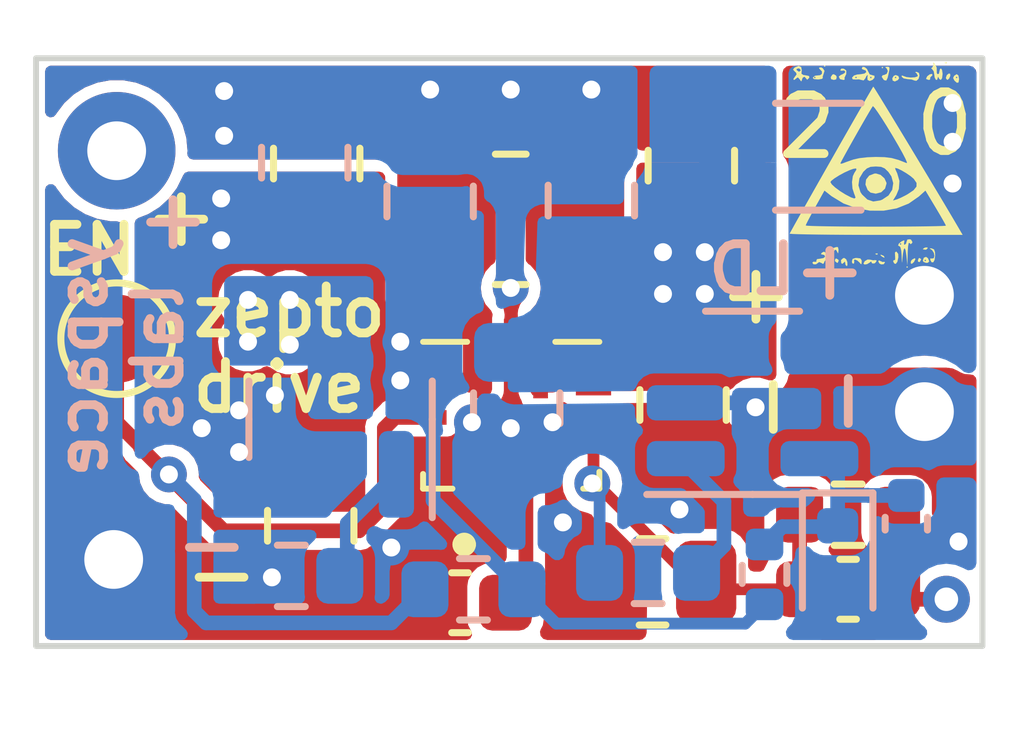
<source format=kicad_pcb>
(kicad_pcb (version 20221018) (generator pcbnew)
  (layers (0 "F.Cu" signal) (1 "In1.Cu" signal) (2 "In2.Cu" signal) (31 "B.Cu" signal) (34 "B.Paste" user) (35 "F.Paste" user) (36 "B.SilkS" user "B.Silkscreen") (37 "F.SilkS" user "F.Silkscreen") (38 "B.Mask" user) (39 "F.Mask" user) (44 "Edge.Cuts" user))
  (net 0 "")
  (net 1 "Net-(U1-+)")
  (net 2 "Net-(IC1-FB)")
  (net 3 "GND")
  (net 4 "Net-(IC1-VAUX)")
  (net 5 "VCC")
  (net 7 "Net-(IC1-L2)")
  (net 8 "Net-(IC1-L1)")
  (net 9 "Net-(IC1-EN)")
  (net 10 "/OUT")
  (net 11 "Net-(R1-Pad2)")
  (net 12 "Net-(J2-Pin_1)")
  (net 13 "Net-(Q1-G)")
  (net 14 "/INAV+")
  (net 15 "GNDA")
  (footprint "custom:TPS630701RNMR" (layer "F.Cu") (at 155.3544 91.338 90)
    (fp_text reference "IC1" hide)
    (fp_text value "TPS630702RNMR" hide)
    (fp_line (start -1.675 -0.9) (end -1.675 -0.9) (stroke (width 0.2)) (layer "F.SilkS"))
    (fp_line (start -1.675 -0.7) (end -1.675 -0.7) (stroke (width 0.2)) (layer "F.SilkS"))
    (fp_line (start -0.725 -1.5) (end -0.475 -1.5) (stroke (width 0.1)) (layer "F.SilkS"))
    (fp_line (start -0.725 -1) (end -0.725 -1.5) (stroke (width 0.1)) (layer "F.SilkS"))
    (fp_line (start -0.725 1.5) (end -0.725 1.225) (stroke (width 0.1)) (layer "F.SilkS"))
    (fp_line (start -0.438 1.5) (end -0.725 1.5) (stroke (width 0.1)) (layer "F.SilkS"))
    (fp_line (start 1.775 -1.5) (end 1.775 -0.75) (stroke (width 0.1)) (layer "F.SilkS"))
    (fp_line (start 1.775 0.75) (end 1.775 1.5) (stroke (width 0.1)) (layer "F.SilkS"))
    (fp_arc (start -1.675 -0.9) (mid -1.575 -0.8) (end -1.675 -0.7) (stroke (width 0.2)) (layer "F.SilkS"))
    (fp_arc (start -1.675 -0.7) (mid -1.775 -0.8) (end -1.675 -0.9) (stroke (width 0.2)) (layer "F.SilkS"))
    (pad "1" smd rect (at -0.438 -0.75 180) (size 0.25 0.6) (layers "F.Cu" "F.Paste" "F.Mask") (net 3 "GND"))
    (pad "2" smd rect (at -0.438 -0.25 180) (size 0.25 0.6) (layers "F.Cu" "F.Paste" "F.Mask"))
    (pad "3" smd rect (at -0.438 0.25 180) (size 0.25 0.6) (layers "F.Cu" "F.Paste" "F.Mask") (net 4 "Net-(IC1-VAUX)"))
    (pad "4" smd rect (at -0.438 0.75 180) (size 0.25 0.6) (layers "F.Cu" "F.Paste" "F.Mask") (net 15 "GNDA"))
    (pad "5" smd rect (at -0.012 1.4 90) (size 0.25 0.6) (layers "F.Cu" "F.Paste" "F.Mask") (net 2 "Net-(IC1-FB)"))
    (pad "6" smd rect (at 0.488 1.4 90) (size 0.25 0.6) (layers "F.Cu" "F.Paste" "F.Mask") (net 3 "GND"))
    (pad "7" smd rect (at 0.988 1.4 90) (size 0.25 0.6) (layers "F.Cu" "F.Paste" "F.Mask") (net 1 "Net-(U1-+)"))
    (pad "8" smd rect (at 1.238 1.225 90) (size 0.25 0.25) (layers "F.Cu" "F.Paste" "F.Mask") (net 1 "Net-(U1-+)"))
    (pad "8" smd rect (at 1.488 1.4 90) (size 0.25 0.6) (layers "F.Cu" "F.Paste" "F.Mask") (net 1 "Net-(U1-+)"))
    (pad "9" smd rect (at 1.488 0.5 180) (size 0.25 1.35) (layers "F.Cu" "F.Paste" "F.Mask") (net 7 "Net-(IC1-L2)"))
    (pad "10" smd rect (at 1.313 0 180) (size 0.25 1.7) (layers "F.Cu" "F.Paste" "F.Mask") (net 3 "GND"))
    (pad "11" smd rect (at 1.488 -0.5 180) (size 0.25 1.35) (layers "F.Cu" "F.Paste" "F.Mask") (net 8 "Net-(IC1-L1)"))
    (pad "12" smd rect (at 1.238 -1.225 90) (size 0.25 0.25) (layers "F.Cu" "F.Paste" "F.Mask") (net 5 "VCC"))
    (pad "12" smd rect (at 1.488 -1.4 90) (size 0.25 0.6) (layers "F.Cu" "F.Paste" "F.Mask") (net 5 "VCC"))
    (pad "13" smd rect (at 0.988 -1.4 90) (size 0.25 0.6) (layers "F.Cu" "F.Paste" "F.Mask") (net 5 "VCC"))
    (pad "14" smd rect (at 0.488 -1.4 90) (size 0.25 0.6) (layers "F.Cu" "F.Paste" "F.Mask") (net 9 "Net-(IC1-EN)"))
    (pad "15" smd rect (at -0.012 -1.4 90) (size 0.25 0.6) (layers "F.Cu" "F.Paste" "F.Mask") (net 3 "GND"))
  )
  (footprint "Resistor_SMD:R_0603_1608Metric" (layer "F.Cu") (at 161.0868 92.5068)
    (fp_text reference "R5" hide)
    (fp_text value "R")
    (fp_line (start -0.237258 -0.5225) (end 0.237258 -0.5225) (stroke (width 0.12)) (layer "F.SilkS"))
    (fp_line (start -0.237258 0.5225) (end 0.237258 0.5225) (stroke (width 0.12)) (layer "F.SilkS"))
    (pad "1" smd roundrect (at -0.825 0) (size 0.8 0.95) (layers "F.Cu" "F.Paste" "F.Mask") (net 2 "Net-(IC1-FB)"))
    (pad "2" smd roundrect (at 0.825 0) (size 0.8 0.95) (layers "F.Cu" "F.Paste" "F.Mask") (net 1 "Net-(U1-+)"))
  )
  (footprint "custom:Laser Diode Side Mount 1 side 2 pin" (layer "F.Cu") (at 161.5948 89.7636 -90)
    (fp_text reference "LD1" hide)
    (fp_text value "D_Laser_1A3C")
    (pad "1" smd roundrect (at -0.9929 -0.041 270) (size 1.5 3) (layers "F.Cu" "F.Mask") (net 10 "/OUT"))
    (pad "1" thru_hole circle (at -0.9923 -0.791 270) (size 1.5 1.5) (drill 1) (layers "*.Cu" "*.Mask") (net 10 "/OUT"))
    (pad "3" thru_hole circle (at 0.9877 -0.791 270) (size 1.5 1.5) (drill 1) (layers "*.Cu" "*.Mask") (net 3 "GND"))
    (pad "3" smd roundrect (at 0.9883 -0.041 270) (size 1.5 3) (layers "F.Cu" "F.Mask") (net 3 "GND"))
  )
  (footprint "Resistor_SMD:R_0805_2012Metric" (layer "F.Cu") (at 157.7594 93.6498)
    (fp_text reference "R2" hide)
    (fp_text value "R")
    (fp_line (start -0.227064 -0.735) (end 0.227064 -0.735) (stroke (width 0.12)) (layer "F.SilkS"))
    (fp_line (start -0.227064 0.735) (end 0.227064 0.735) (stroke (width 0.12)) (layer "F.SilkS"))
    (pad "1" smd roundrect (at -0.9125 0) (size 1.025 1.4) (layers "F.Cu" "F.Paste" "F.Mask") (roundrect_rratio 0.243902) (net 15 "GNDA"))
    (pad "2" smd roundrect (at 0.9125 0) (size 1.025 1.4) (layers "F.Cu" "F.Paste" "F.Mask") (roundrect_rratio 0.243902) (net 2 "Net-(IC1-FB)"))
  )
  (footprint "TestPoint:TestPoint_Pad_D1.5mm" (layer "F.Cu") (at 148.6408 89.5096)
    (fp_text reference "J1" hide)
    (fp_text value "EN")
    (fp_circle (center 0 0) (end 0 0.95) (stroke (width 0.12)) (fill none) (layer "F.SilkS"))
    (pad "1" smd circle (at 0 0) (size 1.5 1.5) (layers "F.Cu" "F.Mask") (net 9 "Net-(IC1-EN)"))
  )
  (footprint "Capacitor_SMD:C_0805_2012Metric" (layer "F.Cu") (at 151.9428 92.6948 90)
    (fp_text reference "C9" hide)
    (fp_text value "22u")
    (fp_line (start -0.261252 -0.735) (end 0.261252 -0.735) (stroke (width 0.12)) (layer "F.SilkS"))
    (fp_line (start -0.261252 0.735) (end 0.261252 0.735) (stroke (width 0.12)) (layer "F.SilkS"))
    (pad "1" smd roundrect (at -0.95 0 90) (size 1 1.45) (layers "F.Cu" "F.Paste" "F.Mask") (net 3 "GND"))
    (pad "2" smd roundrect (at 0.95 0 90) (size 1 1.45) (layers "F.Cu" "F.Paste" "F.Mask") (net 5 "VCC"))
  )
  (footprint "custom:Small circular hole connector" (layer "F.Cu") (at 148.59 93.2688)
    (fp_text reference "J3" hide)
    (fp_text value "VIN-")
    (pad "1" thru_hole circle (at 0 0) (size 2 2) (drill 1) (layers "*.Cu" "*.Mask") (net 3 "GND"))
  )
  (footprint "custom:illum" (layer "F.Cu") (at 161.544 86.5632)
    (fp_text reference "G***" hide)
    (fp_text value "LOGO" hide)
    (fp_poly (pts (xy -0.841989 -1.698011) (xy -0.856022 -1.683978) (xy -0.870055 -1.698011) (xy -0.856022 -1.712045)) (fill solid) (layer "F.SilkS"))
    (fp_poly (pts (xy 0.140332 -1.669945) (xy 0.126299 -1.655912) (xy 0.112266 -1.669945) (xy 0.126299 -1.683978)) (fill solid) (layer "F.SilkS"))
    (fp_poly (pts (xy 0.561326 1.726077) (xy 0.547293 1.74011) (xy 0.53326 1.726077) (xy 0.547293 1.712044)) (fill solid) (layer "F.SilkS"))
    (fp_poly (pts (xy 0.046777 1.496869) (xy 0.042925 1.513554) (xy 0.028067 1.51558) (xy 0.004965 1.505311) (xy 0.009356 1.496869) (xy 0.042664 1.49351)) (fill solid) (layer "F.SilkS"))
    (fp_poly (pts (xy 1.225562 -1.758822) (xy 1.221709 -1.742136) (xy 1.206851 -1.740111) (xy 1.183749 -1.75038) (xy 1.18814 -1.758822) (xy 1.221448 -1.762181)) (fill solid) (layer "F.SilkS"))
    (fp_poly (pts (xy -0.745478 1.632614) (xy -0.755808 1.652704) (xy -0.783809 1.672643) (xy -0.796839 1.660847) (xy -0.794682 1.622335) (xy -0.784447 1.612941) (xy -0.747411 1.603285)) (fill solid) (layer "F.SilkS"))
    (fp_poly (pts (xy 0.148357 1.536002) (xy 0.154365 1.543646) (xy 0.164244 1.568889) (xy 0.13769 1.559382) (xy 0.112266 1.543646) (xy 0.090689 1.521115) (xy 0.103593 1.516009)) (fill solid) (layer "F.SilkS"))
    (fp_poly (pts (xy 0.688827 1.591694) (xy 0.663552 1.641162) (xy 0.627155 1.672032) (xy 0.608019 1.663343) (xy 0.611548 1.624204) (xy 0.632479 1.598959) (xy 0.676517 1.57458)) (fill solid) (layer "F.SilkS"))
    (fp_poly (pts (xy -0.662028 -1.534348) (xy -0.650868 -1.508564) (xy -0.660631 -1.468781) (xy -0.701657 -1.459448) (xy -0.747721 -1.473653) (xy -0.752447 -1.508564) (xy -0.724772 -1.550318) (xy -0.701657 -1.55768)) (fill solid) (layer "F.SilkS"))
    (fp_poly (pts (xy -0.621373 1.602281) (xy -0.617458 1.618489) (xy -0.632478 1.652757) (xy -0.642522 1.655911) (xy -0.673865 1.633798) (xy -0.681945 1.618489) (xy -0.673895 1.585602) (xy -0.656882 1.581068)) (fill solid) (layer "F.SilkS"))
    (fp_poly (pts (xy 0.785053 1.591856) (xy 0.785857 1.598122) (xy 0.765455 1.636133) (xy 0.75779 1.641878) (xy 0.733763 1.635515) (xy 0.729724 1.615468) (xy 0.744377 1.577067) (xy 0.75779 1.571712)) (fill solid) (layer "F.SilkS"))
    (fp_poly (pts (xy 0.898122 1.404195) (xy 0.875376 1.428318) (xy 0.856022 1.431381) (xy 0.818576 1.425376) (xy 0.813923 1.42035) (xy 0.83587 1.402253) (xy 0.856022 1.393165) (xy 0.892162 1.392582)) (fill solid) (layer "F.SilkS"))
    (fp_poly (pts (xy 1.279545 -1.564507) (xy 1.282469 -1.52959) (xy 1.262463 -1.484118) (xy 1.233799 -1.459569) (xy 1.231915 -1.459448) (xy 1.20942 -1.482108) (xy 1.206851 -1.499891) (xy 1.222675 -1.54303) (xy 1.255666 -1.568913)) (fill solid) (layer "F.SilkS"))
    (fp_poly (pts (xy 0.093798 1.624165) (xy 0.134723 1.641969) (xy 0.149931 1.636957) (xy 0.166928 1.639935) (xy 0.168398 1.651233) (xy 0.147291 1.679084) (xy 0.103392 1.681241) (xy 0.074844 1.665267) (xy 0.05533 1.629369) (xy 0.068195 1.612391)) (fill solid) (layer "F.SilkS"))
    (fp_poly (pts (xy 0.975982 -1.557837) (xy 0.974419 -1.531067) (xy 0.961096 -1.523374) (xy 0.938321 -1.497122) (xy 0.941703 -1.485117) (xy 0.933949 -1.463086) (xy 0.913811 -1.459448) (xy 0.875385 -1.472333) (xy 0.870056 -1.484078) (xy 0.88895 -1.522229) (xy 0.929656 -1.55393) (xy 0.968209 -1.562495)) (fill solid) (layer "F.SilkS"))
    (fp_poly (pts (xy -0.48829 1.595758) (xy -0.470258 1.641878) (xy -0.468333 1.694031) (xy -0.481019 1.712044) (xy -0.501741 1.688817) (xy -0.505623 1.662928) (xy -0.511172 1.631859) (xy -0.530181 1.651891) (xy -0.557958 1.673303) (xy -0.573507 1.658908) (xy -0.578764 1.609267) (xy -0.543169 1.575408) (xy -0.520842 1.571712)) (fill solid) (layer "F.SilkS"))
    (fp_poly (pts (xy 0.368168 1.465832) (xy 0.395776 1.503058) (xy 0.39804 1.560623) (xy 0.380937 1.637269) (xy 0.354039 1.673197) (xy 0.327908 1.665734) (xy 0.309926 1.632013) (xy 0.315496 1.608307) (xy 0.331717 1.610673) (xy 0.343964 1.597084) (xy 0.342912 1.544914) (xy 0.34204 1.538588) (xy 0.339277 1.478974) (xy 0.35801 1.463351)) (fill solid) (layer "F.SilkS"))
    (fp_poly (pts (xy 0.095599 0.157015) (xy 0.161105 0.215356) (xy 0.195158 0.289193) (xy 0.196464 0.305593) (xy 0.171329 0.391546) (xy 0.105732 0.453334) (xy 0.014384 0.477126) (xy 0.014033 0.477127) (xy -0.075397 0.459088) (xy -0.124707 0.414749) (xy -0.162108 0.322332) (xy -0.151186 0.236107) (xy -0.098678 0.169317) (xy -0.011319 0.135206) (xy 0.018424 0.133315)) (fill solid) (layer "F.SilkS"))
    (fp_poly (pts (xy 0.90083 1.575133) (xy 0.923974 1.628874) (xy 0.9019 1.652898) (xy 0.870056 1.655911) (xy 0.824549 1.639075) (xy 0.813923 1.615468) (xy 0.814522 1.613812) (xy 0.841989 1.613812) (xy 0.856022 1.627845) (xy 0.870056 1.613812) (xy 0.856022 1.599779) (xy 0.841989 1.613812) (xy 0.814522 1.613812) (xy 0.831206 1.567665) (xy 0.868504 1.552682)) (fill solid) (layer "F.SilkS"))
    (fp_poly (pts (xy 1.420452 -1.53513) (xy 1.431382 -1.471825) (xy 1.421775 -1.415541) (xy 1.392265 -1.411556) (xy 1.351859 -1.447803) (xy 1.329129 -1.49278) (xy 1.333506 -1.501547) (xy 1.375249 -1.501547) (xy 1.389282 -1.487514) (xy 1.403315 -1.501547) (xy 1.389282 -1.515581) (xy 1.375249 -1.501547) (xy 1.333506 -1.501547) (xy 1.348022 -1.530625) (xy 1.390079 -1.558127)) (fill solid) (layer "F.SilkS"))
    (fp_poly (pts (xy -0.084279 1.599729) (xy -0.028508 1.612123) (xy -0.009561 1.608212) (xy 0.023738 1.610471) (xy 0.028067 1.621839) (xy 0.005659 1.655224) (xy -0.014033 1.666061) (xy -0.050035 1.664026) (xy -0.056132 1.649417) (xy -0.065491 1.631512) (xy -0.089812 1.650298) (xy -0.133177 1.676742) (xy -0.177056 1.683766) (xy -0.196464 1.66794) (xy -0.174319 1.626657) (xy -0.126921 1.598454)) (fill solid) (layer "F.SilkS"))
    (fp_poly (pts (xy 0.398219 -1.525777) (xy 0.411504 -1.487681) (xy 0.389508 -1.45674) (xy 0.336867 -1.433099) (xy 0.301797 -1.447673) (xy 0.301308 -1.448159) (xy 0.293979 -1.487056) (xy 0.302498 -1.501547) (xy 0.336796 -1.501547) (xy 0.350829 -1.487514) (xy 0.364862 -1.501547) (xy 0.350829 -1.515581) (xy 0.336796 -1.501547) (xy 0.302498 -1.501547) (xy 0.318195 -1.528247) (xy 0.352175 -1.543647)) (fill solid) (layer "F.SilkS"))
    (fp_poly (pts (xy -0.620354 1.427387) (xy -0.620714 1.449428) (xy -0.626189 1.492676) (xy -0.635601 1.484784) (xy -0.636805 1.480497) (xy -0.658937 1.438893) (xy -0.673591 1.431381) (xy -0.699912 1.454472) (xy -0.710377 1.480497) (xy -0.720517 1.505481) (xy -0.72586 1.47685) (xy -0.726468 1.466464) (xy -0.724586 1.417165) (xy -0.717986 1.403315) (xy -0.684994 1.394583) (xy -0.661853 1.386279) (xy -0.630123 1.386228)) (fill solid) (layer "F.SilkS"))
    (fp_poly (pts (xy -0.248242 1.579602) (xy -0.226694 1.611331) (xy -0.225423 1.634861) (xy -0.22935 1.678308) (xy -0.246933 1.669958) (xy -0.2636 1.648895) (xy -0.300397 1.615673) (xy -0.337762 1.599717) (xy -0.357972 1.605634) (xy -0.352027 1.625906) (xy -0.355547 1.661952) (xy -0.364404 1.669661) (xy -0.386895 1.661386) (xy -0.392928 1.629501) (xy -0.380388 1.587385) (xy -0.332879 1.572427) (xy -0.308729 1.571712)) (fill solid) (layer "F.SilkS"))
    (fp_poly (pts (xy 0.968288 1.409682) (xy 1.006016 1.426948) (xy 1.022081 1.473804) (xy 1.02442 1.527658) (xy 1.015257 1.603357) (xy 0.992813 1.645406) (xy 0.964657 1.645943) (xy 0.943361 1.611873) (xy 0.940399 1.578743) (xy 0.967969 1.58174) (xy 1.000232 1.575706) (xy 1.011301 1.537363) (xy 1.002037 1.486018) (xy 0.973303 1.440979) (xy 0.961271 1.431742) (xy 0.929125 1.409087) (xy 0.948083 1.406852)) (fill solid) (layer "F.SilkS"))
    (fp_poly (pts (xy 0.234116 -1.68184) (xy 0.246713 -1.668153) (xy 0.2451 -1.630505) (xy 0.229834 -1.556911) (xy 0.215484 -1.495343) (xy 0.192537 -1.448315) (xy 0.156818 -1.455357) (xy 0.145477 -1.465529) (xy 0.114325 -1.513117) (xy 0.130865 -1.54018) (xy 0.155246 -1.543647) (xy 0.200305 -1.56457) (xy 0.218206 -1.609874) (xy 0.200199 -1.653362) (xy 0.193538 -1.658315) (xy 0.173037 -1.677925) (xy 0.204681 -1.683527) (xy 0.206753 -1.683549)) (fill solid) (layer "F.SilkS"))
    (fp_poly (pts (xy -0.529836 -1.651175) (xy -0.493406 -1.625084) (xy -0.487139 -1.613455) (xy -0.488956 -1.556856) (xy -0.50181 -1.53369) (xy -0.519363 -1.4929) (xy -0.514305 -1.477915) (xy -0.51938 -1.461938) (xy -0.537937 -1.459448) (xy -0.587527 -1.470574) (xy -0.598747 -1.478159) (xy -0.615622 -1.517776) (xy -0.577893 -1.546726) (xy -0.561326 -1.551779) (xy -0.51575 -1.577783) (xy -0.505193 -1.600155) (xy -0.525501 -1.62116) (xy -0.547293 -1.617696) (xy -0.583432 -1.617113) (xy -0.589392 -1.628727) (xy -0.570279 -1.65365)) (fill solid) (layer "F.SilkS"))
    (fp_poly (pts (xy 0.748535 -1.578955) (xy 0.75779 -1.532616) (xy 0.741551 -1.476144) (xy 0.704424 -1.444161) (xy 0.663794 -1.450795) (xy 0.660655 -1.453673) (xy 0.622035 -1.466887) (xy 0.555045 -1.472789) (xy 0.555025 -1.472789) (xy 0.488934 -1.484711) (xy 0.454799 -1.512471) (xy 0.456591 -1.537181) (xy 0.478705 -1.528639) (xy 0.535445 -1.508754) (xy 0.608499 -1.500669) (xy 0.67763 -1.504168) (xy 0.722603 -1.519031) (xy 0.729724 -1.531336) (xy 0.707562 -1.573455) (xy 0.694641 -1.581192) (xy 0.684796 -1.593547) (xy 0.708674 -1.597564)) (fill solid) (layer "F.SilkS"))
    (fp_poly (pts (xy -0.824527 1.492949) (xy -0.823746 1.493728) (xy -0.792928 1.532922) (xy -0.804993 1.565706) (xy -0.823946 1.585745) (xy -0.860488 1.633848) (xy -0.870055 1.661353) (xy -0.885472 1.673541) (xy -0.909656 1.657985) (xy -0.951409 1.641019) (xy -0.967445 1.654548) (xy -1.003878 1.680252) (xy -1.046231 1.679532) (xy -1.066519 1.652908) (xy -1.046221 1.633835) (xy -1.025849 1.637446) (xy -0.996892 1.635948) (xy -0.99854 1.618234) (xy -0.986572 1.591421) (xy -0.936701 1.58458) (xy -0.876924 1.573832) (xy -0.849406 1.550663) (xy -0.861398 1.521532) (xy -0.887362 1.51558) (xy -0.920138 1.508327) (xy -0.903534 1.4817) (xy -0.867429 1.464305)) (fill solid) (layer "F.SilkS"))
    (fp_poly (pts (xy -0.885356 -1.656964) (xy -0.858266 -1.613525) (xy -0.871943 -1.568186) (xy -0.889545 -1.516033) (xy -0.887137 -1.492447) (xy -0.90227 -1.477389) (xy -0.956972 -1.46836) (xy -0.971464 -1.467698) (xy -1.03967 -1.473648) (xy -1.059023 -1.495477) (xy -1.058513 -1.497268) (xy -1.053967 -1.501547) (xy -1.038453 -1.501547) (xy -1.02442 -1.487514) (xy -1.010386 -1.501547) (xy -1.02442 -1.515581) (xy -1.038453 -1.501547) (xy -1.053967 -1.501547) (xy -1.024533 -1.529255) (xy -1.00797 -1.533393) (xy -0.945891 -1.539233) (xy -0.933204 -1.540409) (xy -0.902807 -1.563402) (xy -0.902852 -1.604775) (xy -0.933204 -1.635698) (xy -0.953258 -1.659364) (xy -0.947916 -1.670102) (xy -0.913059 -1.672993)) (fill solid) (layer "F.SilkS"))
    (fp_poly (pts (xy 1.008395 -1.744151) (xy 1.022261 -1.72755) (xy 1.051074 -1.667489) (xy 1.051476 -1.624663) (xy 1.052309 -1.575165) (xy 1.065378 -1.558386) (xy 1.088592 -1.565956) (xy 1.094586 -1.598123) (xy 1.106037 -1.644622) (xy 1.122652 -1.655912) (xy 1.141203 -1.63124) (xy 1.150476 -1.570572) (xy 1.150719 -1.55768) (xy 1.141996 -1.488962) (xy 1.120786 -1.459212) (xy 1.094522 -1.475586) (xy 1.085107 -1.494531) (xy 1.072427 -1.515213) (xy 1.068735 -1.494531) (xy 1.056143 -1.45851) (xy 1.034204 -1.464369) (xy 1.015261 -1.502215) (xy 1.010387 -1.541308) (xy 0.999531 -1.605444) (xy 0.975304 -1.63954) (xy 0.955468 -1.658541) (xy 0.973727 -1.671758) (xy 0.995208 -1.707716) (xy 0.992486 -1.734908) (xy 0.988019 -1.761598)) (fill solid) (layer "F.SilkS"))
    (fp_poly (pts (xy -1.255549 -1.678446) (xy -1.244476 -1.624171) (xy -1.246949 -1.611793) (xy -1.250277 -1.565162) (xy -1.218874 -1.544396) (xy -1.179631 -1.538415) (xy -1.124199 -1.527183) (xy -1.115584 -1.504938) (xy -1.125548 -1.487514) (xy -1.153314 -1.462112) (xy -1.169227 -1.480498) (xy -1.199155 -1.513755) (xy -1.229656 -1.496807) (xy -1.240838 -1.466464) (xy -1.251358 -1.433709) (xy -1.268721 -1.449168) (xy -1.281112 -1.470069) (xy -1.31232 -1.502796) (xy -1.330921 -1.491118) (xy -1.369467 -1.461392) (xy -1.381255 -1.459448) (xy -1.388611 -1.476278) (xy -1.364857 -1.511556) (xy -1.333565 -1.553647) (xy -1.342635 -1.582821) (xy -1.363041 -1.601295) (xy -1.393451 -1.634286) (xy -1.388558 -1.642306) (xy -1.335789 -1.642306) (xy -1.333149 -1.627846) (xy -1.297267 -1.60085) (xy -1.289393 -1.599779) (xy -1.263739 -1.621187) (xy -1.262983 -1.627846) (xy -1.285828 -1.652477) (xy -1.306739 -1.655912) (xy -1.335789 -1.642306) (xy -1.388558 -1.642306) (xy -1.376854 -1.661487) (xy -1.361022 -1.673557) (xy -1.299273 -1.697548)) (fill solid) (layer "F.SilkS"))
    (fp_poly (pts (xy 0.615378 1.261697) (xy 0.637186 1.29959) (xy 0.631579 1.318974) (xy 0.607167 1.337331) (xy 0.586314 1.315095) (xy 0.573165 1.319461) (xy 0.563219 1.374796) (xy 0.557346 1.475982) (xy 0.557038 1.487513) (xy 0.55189 1.698011) (xy 0.534429 1.529613) (xy 0.520893 1.439961) (xy 0.505682 1.405357) (xy 0.490338 1.424812) (xy 0.476406 1.497332) (xy 0.468897 1.571712) (xy 0.463248 1.636447) (xy 0.459569 1.652627) (xy 0.456764 1.617673) (xy 0.453964 1.536629) (xy 0.446903 1.449906) (xy 0.433659 1.391326) (xy 0.420995 1.375248) (xy 0.393578 1.360761) (xy 0.403099 1.333149) (xy 0.420995 1.333149) (xy 0.435028 1.347182) (xy 0.449061 1.333149) (xy 0.435028 1.319116) (xy 0.420995 1.333149) (xy 0.403099 1.333149) (xy 0.405047 1.327499) (xy 0.449683 1.290766) (xy 0.453317 1.288772) (xy 0.495877 1.270229) (xy 0.501826 1.28555) (xy 0.496297 1.301817) (xy 0.494148 1.339912) (xy 0.506075 1.347182) (xy 0.530462 1.324555) (xy 0.53326 1.306739) (xy 0.551552 1.257093) (xy 0.597877 1.252971)) (fill solid) (layer "F.SilkS"))
    (fp_poly (pts (xy -0.172747 -1.676588) (xy -0.136007 -1.646777) (xy -0.117329 -1.606509) (xy -0.089416 -1.553927) (xy -0.05418 -1.543647) (xy -0.007099 -1.530187) (xy -0.009022 -1.494819) (xy -0.04087 -1.460468) (xy -0.09013 -1.441479) (xy -0.126346 -1.459246) (xy -0.129196 -1.501547) (xy -0.084199 -1.501547) (xy -0.070165 -1.487514) (xy -0.056132 -1.501547) (xy -0.070165 -1.515581) (xy -0.084199 -1.501547) (xy -0.129196 -1.501547) (xy -0.129343 -1.503725) (xy -0.129092 -1.504386) (xy -0.123268 -1.539054) (xy -0.128083 -1.543647) (xy -0.147792 -1.521034) (xy -0.162481 -1.488659) (xy -0.192576 -1.45091) (xy -0.219524 -1.456354) (xy -0.274233 -1.469153) (xy -0.324576 -1.46597) (xy -0.379039 -1.469473) (xy -0.391442 -1.498052) (xy -0.388252 -1.501547) (xy -0.336795 -1.501547) (xy -0.322762 -1.487514) (xy -0.308729 -1.501547) (xy -0.322762 -1.515581) (xy -0.336795 -1.501547) (xy -0.388252 -1.501547) (xy -0.357845 -1.534866) (xy -0.305236 -1.551587) (xy -0.241172 -1.557573) (xy -0.178822 -1.568418) (xy -0.147618 -1.592763) (xy -0.159013 -1.622851) (xy -0.180092 -1.627846) (xy -0.218902 -1.643342) (xy -0.22453 -1.65797) (xy -0.208475 -1.683305)) (fill solid) (layer "F.SilkS"))
    (fp_poly (pts (xy -0.012071 -1.322992) (xy 0.029536 -1.256896) (xy 0.09338 -1.153457) (xy 0.176189 -1.018101) (xy 0.274692 -0.856253) (xy 0.385615 -0.673336) (xy 0.505687 -0.474778) (xy 0.631636 -0.266001) (xy 0.76019 -0.052432) (xy 0.888076 0.160506) (xy 1.012022 0.367386) (xy 1.128756 0.562784) (xy 1.235006 0.741276) (xy 1.3275 0.897436) (xy 1.402966 1.025839) (xy 1.412648 1.042427) (xy 1.492147 1.178784) (xy 0.014694 1.178784) (xy -0.266958 1.178397) (xy -0.530614 1.177285) (xy -0.771147 1.175522) (xy -0.983427 1.173182) (xy -1.162328 1.170337) (xy -1.302721 1.167062) (xy -1.399479 1.16343) (xy -1.447473 1.159515) (xy -1.451828 1.157734) (xy -1.419996 1.09867) (xy -1.375816 1.01877) (xy -1.178784 1.01877) (xy -1.151679 1.022938) (xy -1.074205 1.026806) (xy -0.952126 1.030278) (xy -0.791206 1.033259) (xy -0.59721 1.035653) (xy -0.375899 1.037366) (xy -0.133039 1.038303) (xy 0.014033 1.038453) (xy 0.26667 1.038076) (xy 0.501068 1.037001) (xy 0.711466 1.035306) (xy 0.892098 1.033072) (xy 1.037201 1.030379) (xy 1.141011 1.027307) (xy 1.197765 1.023935) (xy 1.206851 1.021893) (xy 1.193223 0.992759) (xy 1.156099 0.925595) (xy 1.101122 0.830348) (xy 1.033936 0.716966) (xy 1.032775 0.715029) (xy 0.858698 0.424723) (xy 0.748531 0.524253) (xy 0.573516 0.646033) (xy 0.3699 0.726916) (xy 0.147413 0.76701) (xy -0.084213 0.766423) (xy -0.315246 0.725264) (xy -0.535955 0.64364) (xy -0.736609 0.52166) (xy -0.754811 0.507552) (xy -0.859275 0.424815) (xy -1.01903 0.711951) (xy -1.081748 0.826268) (xy -1.132897 0.922523) (xy -1.167043 0.99028) (xy -1.178784 1.01877) (xy -1.375816 1.01877) (xy -1.365875 1.000791) (xy -1.292625 0.869657) (xy -1.203408 0.710827) (xy -1.101382 0.52986) (xy -0.989709 0.332313) (xy -0.959789 0.2795) (xy -0.75779 0.2795) (xy -0.735169 0.317759) (xy -0.675184 0.373292) (xy -0.589648 0.436313) (xy -0.505193 0.488735) (xy -0.406538 0.54076) (xy -0.349535 0.559362) (xy -0.330661 0.544435) (xy -0.346394 0.495873) (xy -0.35232 0.484143) (xy -0.382899 0.388825) (xy -0.386911 0.335024) (xy -0.281274 0.335024) (xy -0.24714 0.449783) (xy -0.220654 0.489713) (xy -0.129309 0.57682) (xy -0.029833 0.610252) (xy 0.077084 0.593755) (xy 0.306901 0.593755) (xy 0.370965 0.574626) (xy 0.433985 0.549123) (xy 0.518059 0.50716) (xy 0.553794 0.487365) (xy 0.656231 0.418592) (xy 0.706572 0.35639) (xy 0.707336 0.294362) (xy 0.661041 0.226111) (xy 0.657946 0.222847) (xy 0.604362 0.177317) (xy 0.531088 0.127265) (xy 0.453519 0.0816) (xy 0.387048 0.049231) (xy 0.347067 0.039069) (xy 0.34331 0.04074) (xy 0.349632 0.067483) (xy 0.375122 0.12314) (xy 0.37822 0.129139) (xy 0.416673 0.260044) (xy 0.406516 0.398009) (xy 0.363843 0.500358) (xy 0.306901 0.593755) (xy 0.077084 0.593755) (xy 0.086611 0.592285) (xy 0.123532 0.578323) (xy 0.230107 0.507771) (xy 0.293335 0.410438) (xy 0.310637 0.298131) (xy 0.27943 0.182656) (xy 0.226833 0.105691) (xy 0.16508 0.046734) (xy 0.102761 0.020154) (xy 0.014033 0.014033) (xy -0.075844 0.020387) (xy -0.137936 0.047394) (xy -0.198766 0.105691) (xy -0.264902 0.215989) (xy -0.281274 0.335024) (xy -0.386911 0.335024) (xy -0.391082 0.279089) (xy -0.37691 0.17893) (xy -0.351721 0.124646) (xy -0.316223 0.069344) (xy -0.321279 0.046677) (xy -0.370122 0.054562) (xy -0.428011 0.075529) (xy -0.516895 0.115743) (xy -0.608196 0.165191) (xy -0.687943 0.215233) (xy -0.742168 0.257228) (xy -0.75779 0.2795) (xy -0.959789 0.2795) (xy -0.871549 0.123747) (xy -0.780796 -0.036137) (xy -0.589392 -0.036137) (xy -0.568136 -0.033394) (xy -0.540276 -0.042471) (xy -0.484428 -0.063602) (xy -0.40134 -0.092899) (xy -0.364862 -0.105302) (xy -0.264502 -0.127854) (xy -0.128718 -0.143024) (xy 0.014033 -0.148471) (xy 0.16404 -0.144889) (xy 0.284294 -0.129631) (xy 0.400803 -0.097475) (xy 0.539575 -0.043196) (xy 0.540829 -0.042666) (xy 0.543622 -0.058275) (xy 0.518721 -0.116887) (xy 0.468435 -0.214066) (xy 0.395077 -0.345373) (xy 0.300956 -0.506373) (xy 0.288232 -0.527717) (xy 0.197572 -0.676848) (xy 0.115665 -0.806548) (xy 0.047006 -0.910104) (xy -0.003906 -0.980801) (xy -0.032573 -1.011926) (xy -0.0364 -1.012355) (xy -0.056275 -0.982646) (xy -0.097727 -0.913725) (xy -0.155577 -0.814738) (xy -0.224643 -0.694828) (xy -0.299747 -0.563141) (xy -0.375708 -0.428819) (xy -0.447346 -0.301009) (xy -0.509482 -0.188853) (xy -0.556935 -0.101496) (xy -0.584526 -0.048083) (xy -0.589392 -0.036137) (xy -0.780796 -0.036137) (xy -0.750063 -0.090281) (xy -0.62841 -0.304211) (xy -0.509752 -0.512484) (xy -0.397248 -0.709543) (xy -0.294059 -0.889827) (xy -0.203346 -1.047779) (xy -0.128268 -1.177839) (xy -0.071987 -1.274448) (xy -0.037662 -1.332049) (xy -0.028168 -1.346322)) (fill solid) (layer "F.SilkS"))
  )
  (footprint "Inductor_SMD:L_1008_2520Metric" (layer "F.Cu") (at 155.3464 87.4776 180)
    (fp_text reference "L1" hide)
    (fp_text value "1u")
    (fp_line (start -0.261252 -1.11) (end 0.261252 -1.11) (stroke (width 0.12)) (layer "F.SilkS"))
    (fp_line (start -0.261252 1.11) (end 0.261252 1.11) (stroke (width 0.12)) (layer "F.SilkS"))
    (pad "1" smd roundrect (at -1.075 0 180) (size 1.25 2.2) (layers "F.Cu" "F.Paste" "F.Mask") (roundrect_rratio 0.2) (net 7 "Net-(IC1-L2)"))
    (pad "2" smd roundrect (at 1.075 0 180) (size 1.25 2.2) (layers "F.Cu" "F.Paste" "F.Mask") (roundrect_rratio 0.2) (net 8 "Net-(IC1-L1)"))
  )
  (footprint "Capacitor_SMD:C_0805_2012Metric" (layer "F.Cu") (at 158.2784 90.6388 90)
    (fp_text reference "C2" hide)
    (fp_text value "0.047u")
    (fp_line (start -0.261252 -0.735) (end 0.261252 -0.735) (stroke (width 0.12)) (layer "F.SilkS"))
    (fp_line (start -0.261252 0.735) (end 0.261252 0.735) (stroke (width 0.12)) (layer "F.SilkS"))
    (pad "1" smd roundrect (at -0.95 0 90) (size 1 1.45) (layers "F.Cu" "F.Paste" "F.Mask") (net 3 "GND"))
    (pad "2" smd roundrect (at 0.95 0 90) (size 1 1.45) (layers "F.Cu" "F.Paste" "F.Mask") (net 1 "Net-(U1-+)"))
  )
  (footprint "Capacitor_SMD:C_0805_2012Metric" (layer "F.Cu") (at 152.0444 86.5276 -90)
    (fp_text reference "C11" hide)
    (fp_text value "22u")
    (fp_line (start -0.261252 -0.735) (end 0.261252 -0.735) (stroke (width 0.12)) (layer "F.SilkS"))
    (fp_line (start -0.261252 0.735) (end 0.261252 0.735) (stroke (width 0.12)) (layer "F.SilkS"))
    (pad "1" smd roundrect (at -0.95 0 270) (size 1 1.45) (layers "F.Cu" "F.Paste" "F.Mask") (net 3 "GND"))
    (pad "2" smd roundrect (at 0.95 0 270) (size 1 1.45) (layers "F.Cu" "F.Paste" "F.Mask") (net 5 "VCC"))
  )
  (footprint "Capacitor_SMD:C_0603_1608Metric" (layer "F.Cu") (at 154.4828 94.0054 180)
    (fp_text reference "C4" hide)
    (fp_text value "0.1u")
    (fp_line (start -0.14058 -0.51) (end 0.14058 -0.51) (stroke (width 0.12)) (layer "F.SilkS"))
    (fp_line (start -0.14058 0.51) (end 0.14058 0.51) (stroke (width 0.12)) (layer "F.SilkS"))
    (pad "1" smd roundrect (at -0.775 0 180) (size 0.9 0.95) (layers "F.Cu" "F.Paste" "F.Mask") (net 4 "Net-(IC1-VAUX)"))
    (pad "2" smd roundrect (at 0.775 0 180) (size 0.9 0.95) (layers "F.Cu" "F.Paste" "F.Mask") (net 3 "GND"))
  )
  (footprint "Capacitor_SMD:C_0603_1608Metric" (layer "F.Cu") (at 161.0868 93.7768 180)
    (fp_text reference "C1" hide)
    (fp_text value "0.1u")
    (fp_line (start -0.14058 -0.51) (end 0.14058 -0.51) (stroke (width 0.12)) (layer "F.SilkS"))
    (fp_line (start -0.14058 0.51) (end 0.14058 0.51) (stroke (width 0.12)) (layer "F.SilkS"))
    (pad "1" smd roundrect (at -0.775 0 180) (size 0.9 0.95) (layers "F.Cu" "F.Paste" "F.Mask") (net 1 "Net-(U1-+)"))
    (pad "2" smd roundrect (at 0.775 0 180) (size 0.9 0.95) (layers "F.Cu" "F.Paste" "F.Mask") (net 2 "Net-(IC1-FB)"))
  )
  (footprint "Capacitor_SMD:C_0805_2012Metric" (layer "F.Cu") (at 158.4198 86.5632 -90)
    (fp_text reference "C10" hide)
    (fp_text value "10u")
    (fp_line (start -0.261252 -0.735) (end 0.261252 -0.735) (stroke (width 0.12)) (layer "F.SilkS"))
    (fp_line (start -0.261252 0.735) (end 0.261252 0.735) (stroke (width 0.12)) (layer "F.SilkS"))
    (pad "1" smd roundrect (at -0.95 0 270) (size 1 1.45) (layers "F.Cu" "F.Paste" "F.Mask") (net 3 "GND"))
    (pad "2" smd roundrect (at 0.95 0 270) (size 1 1.45) (layers "F.Cu" "F.Paste" "F.Mask") (net 1 "Net-(U1-+)"))
  )
  (footprint "custom:Small circular hole connector" (layer "F.Cu") (at 148.6408 86.3092)
    (fp_text reference "J2" hide)
    (fp_text value "VIN+")
    (pad "1" thru_hole circle (at 0 0) (size 2 2) (drill 1) (layers "*.Cu" "*.Mask") (net 12 "Net-(J2-Pin_1)"))
  )
  (footprint "Resistor_SMD:R_0603_1608Metric" (layer "B.Cu") (at 157.6832 93.4974)
    (fp_text reference "R1" hide)
    (fp_text value "R")
    (fp_line (start -0.237258 -0.5225) (end 0.237258 -0.5225) (stroke (width 0.12)) (layer "B.SilkS"))
    (fp_line (start -0.237258 0.5225) (end 0.237258 0.5225) (stroke (width 0.12)) (layer "B.SilkS"))
    (pad "1" smd roundrect (at -0.825 0) (size 0.8 0.95) (layers "B.Cu" "B.Paste" "B.Mask") (net 2 "Net-(IC1-FB)"))
    (pad "2" smd roundrect (at 0.825 0) (size 0.8 0.95) (layers "B.Cu" "B.Paste" "B.Mask") (net 11 "Net-(R1-Pad2)"))
  )
  (footprint "Resistor_SMD:R_1206_3216Metric" (layer "B.Cu") (at 160.5788 86.4108)
    (fp_text reference "Rsense1" hide)
    (fp_text value "0.04")
    (fp_line (start -0.727064 -0.91) (end 0.727064 -0.91) (stroke (width 0.12)) (layer "B.SilkS"))
    (fp_line (start -0.727064 0.91) (end 0.727064 0.91) (stroke (width 0.12)) (layer "B.SilkS"))
    (pad "1" smd roundrect (at -1.4625 0) (size 1.125 1.75) (layers "B.Cu" "B.Paste" "B.Mask") (roundrect_rratio 0.2222222222) (net 1 "Net-(U1-+)"))
    (pad "2" smd roundrect (at 1.4625 0) (size 1.125 1.75) (layers "B.Cu" "B.Paste" "B.Mask") (roundrect_rratio 0.2222222222) (net 10 "/OUT"))
  )
  (footprint "Resistor_SMD:R_0402_1005Metric" (layer "B.Cu") (at 159.6644 93.5228 90)
    (fp_text reference "R6" hide)
    (fp_text value "1k")
    (fp_line (start -0.153641 -0.38) (end 0.153641 -0.38) (stroke (width 0.12)) (layer "B.SilkS"))
    (fp_line (start -0.153641 0.38) (end 0.153641 0.38) (stroke (width 0.12)) (layer "B.SilkS"))
    (pad "1" smd roundrect (at -0.51 0 90) (size 0.54 0.64) (layers "B.Cu" "B.Paste" "B.Mask") (net 5 "VCC"))
    (pad "2" smd roundrect (at 0.51 0 90) (size 0.54 0.64) (layers "B.Cu" "B.Paste" "B.Mask") (net 14 "/INAV+"))
  )
  (footprint "Diode_SMD:D_SOD-523" (layer "B.Cu") (at 160.909 93.3958 -90)
    (fp_text reference "D1" hide)
    (fp_text value "5.1v")
    (fp_line (start -1.26 0.6) (end -1.26 -0.6) (stroke (width 0.12)) (layer "B.SilkS"))
    (fp_line (start 0.7 -0.6) (end -1.26 -0.6) (stroke (width 0.12)) (layer "B.SilkS"))
    (fp_line (start 0.7 0.6) (end -1.26 0.6) (stroke (width 0.12)) (layer "B.SilkS"))
    (pad "1" smd roundrect (at -0.7 0 90) (size 0.6 0.7) (layers "B.Cu" "B.Paste" "B.Mask") (net 14 "/INAV+"))
    (pad "2" smd roundrect (at 0.7 0 90) (size 0.6 0.7) (layers "B.Cu" "B.Paste" "B.Mask") (net 15 "GNDA"))
  )
  (footprint "Capacitor_SMD:C_0805_2012Metric" (layer "B.Cu") (at 155.448 90.6932 90)
    (fp_text reference "C3" hide)
    (fp_text value "22u")
    (fp_line (start -0.261252 -0.735) (end 0.261252 -0.735) (stroke (width 0.12)) (layer "B.SilkS"))
    (fp_line (start -0.261252 0.735) (end 0.261252 0.735) (stroke (width 0.12)) (layer "B.SilkS"))
    (pad "1" smd roundrect (at -0.95 0 90) (size 1 1.45) (layers "B.Cu" "B.Paste" "B.Mask") (net 3 "GND"))
    (pad "2" smd roundrect (at 0.95 0 90) (size 1 1.45) (layers "B.Cu" "B.Paste" "B.Mask") (net 1 "Net-(U1-+)"))
  )
  (footprint "Resistor_SMD:R_0603_1608Metric" (layer "B.Cu") (at 154.7114 93.7768 180)
    (fp_text reference "R3" hide)
    (fp_text value "10k")
    (fp_line (start -0.237258 -0.5225) (end 0.237258 -0.5225) (stroke (width 0.12)) (layer "B.SilkS"))
    (fp_line (start -0.237258 0.5225) (end 0.237258 0.5225) (stroke (width 0.12)) (layer "B.SilkS"))
    (pad "1" smd roundrect (at -0.825 0 180) (size 0.8 0.95) (layers "B.Cu" "B.Paste" "B.Mask") (net 5 "VCC"))
    (pad "2" smd roundrect (at 0.825 0 180) (size 0.8 0.95) (layers "B.Cu" "B.Paste" "B.Mask") (net 9 "Net-(IC1-EN)"))
  )
  (footprint "Capacitor_SMD:C_0805_2012Metric" (layer "B.Cu") (at 156.718 87.1576 -90)
    (fp_text reference "C8" hide)
    (fp_text value "0.047u")
    (fp_line (start -0.261252 -0.735) (end 0.261252 -0.735) (stroke (width 0.12)) (layer "B.SilkS"))
    (fp_line (start -0.261252 0.735) (end 0.261252 0.735) (stroke (width 0.12)) (layer "B.SilkS"))
    (pad "1" smd roundrect (at -0.95 0 270) (size 1 1.45) (layers "B.Cu" "B.Paste" "B.Mask") (net 3 "GND"))
    (pad "2" smd roundrect (at 0.95 0 270) (size 1 1.45) (layers "B.Cu" "B.Paste" "B.Mask") (net 1 "Net-(U1-+)"))
  )
  (footprint "Resistor_SMD:R_0603_1608Metric" (layer "B.Cu") (at 151.6126 93.5482 180)
    (fp_text reference "R4" hide)
    (fp_text value "4.7k")
    (fp_line (start -0.237258 -0.5225) (end 0.237258 -0.5225) (stroke (width 0.12)) (layer "B.SilkS"))
    (fp_line (start -0.237258 0.5225) (end 0.237258 0.5225) (stroke (width 0.12)) (layer "B.SilkS"))
    (pad "1" smd roundrect (at -0.825 0 180) (size 0.8 0.95) (layers "B.Cu" "B.Paste" "B.Mask") (net 13 "Net-(Q1-G)"))
    (pad "2" smd roundrect (at 0.825 0 180) (size 0.8 0.95) (layers "B.Cu" "B.Paste" "B.Mask") (net 3 "GND"))
  )
  (footprint "Package_TO_SOT_SMD:SOT-23-5" (layer "B.Cu") (at 159.4612 90.6018)
    (fp_text reference "U1" hide)
    (fp_text value "INA180A1")
    (fp_line (start 0 -1.56) (end -0.8 -1.56) (stroke (width 0.12)) (layer "B.SilkS"))
    (fp_line (start 0 -1.56) (end 0.8 -1.56) (stroke (width 0.12)) (layer "B.SilkS"))
    (fp_line (start 0 1.56) (end -1.8 1.56) (stroke (width 0.12)) (layer "B.SilkS"))
    (fp_line (start 0 1.56) (end 0.8 1.56) (stroke (width 0.12)) (layer "B.SilkS"))
    (pad "1" smd roundrect (at -1.1375 0.95) (size 1.325 0.6) (layers "B.Cu" "B.Paste" "B.Mask") (net 11 "Net-(R1-Pad2)"))
    (pad "2" smd roundrect (at -1.1375 0) (size 1.325 0.6) (layers "B.Cu" "B.Paste" "B.Mask") (net 15 "GNDA"))
    (pad "3" smd roundrect (at -1.1375 -0.95) (size 1.325 0.6) (layers "B.Cu" "B.Paste" "B.Mask") (net 1 "Net-(U1-+)"))
    (pad "4" smd roundrect (at 1.1375 -0.95) (size 1.325 0.6) (layers "B.Cu" "B.Paste" "B.Mask") (net 10 "/OUT"))
    (pad "5" smd roundrect (at 1.1375 0.95) (size 1.325 0.6) (layers "B.Cu" "B.Paste" "B.Mask") (net 14 "/INAV+"))
  )
  (footprint "Capacitor_SMD:C_0805_2012Metric" (layer "B.Cu") (at 151.8412 86.5124 -90)
    (fp_text reference "C5" hide)
    (fp_text value "10u")
    (fp_line (start -0.261252 -0.735) (end 0.261252 -0.735) (stroke (width 0.12)) (layer "B.SilkS"))
    (fp_line (start -0.261252 0.735) (end 0.261252 0.735) (stroke (width 0.12)) (layer "B.SilkS"))
    (pad "1" smd roundrect (at -0.95 0 270) (size 1 1.45) (layers "B.Cu" "B.Paste" "B.Mask") (net 3 "GND"))
    (pad "2" smd roundrect (at 0.95 0 270) (size 1 1.45) (layers "B.Cu" "B.Paste" "B.Mask") (net 5 "VCC"))
  )
  (footprint "Capacitor_SMD:C_0805_2012Metric" (layer "B.Cu") (at 153.9748 87.1728 -90)
    (fp_text reference "C6" hide)
    (fp_text value "10u")
    (fp_line (start -0.261252 -0.735) (end 0.261252 -0.735) (stroke (width 0.12)) (layer "B.SilkS"))
    (fp_line (start -0.261252 0.735) (end 0.261252 0.735) (stroke (width 0.12)) (layer "B.SilkS"))
    (pad "1" smd roundrect (at -0.95 0 270) (size 1 1.45) (layers "B.Cu" "B.Paste" "B.Mask") (net 3 "GND"))
    (pad "2" smd roundrect (at 0.95 0 270) (size 1 1.45) (layers "B.Cu" "B.Paste" "B.Mask") (net 5 "VCC"))
  )
  (footprint "Capacitor_SMD:C_0402_1005Metric" (layer "B.Cu") (at 162.0774 92.6592 -90)
    (fp_text reference "C7" hide)
    (fp_text value "0.1u")
    (fp_line (start -0.107836 -0.36) (end 0.107836 -0.36) (stroke (width 0.12)) (layer "B.SilkS"))
    (fp_line (start -0.107836 0.36) (end 0.107836 0.36) (stroke (width 0.12)) (layer "B.SilkS"))
    (pad "1" smd roundrect (at -0.48 0 270) (size 0.56 0.62) (layers "B.Cu" "B.Paste" "B.Mask") (net 14 "/INAV+"))
    (pad "2" smd roundrect (at 0.48 0 270) (size 0.56 0.62) (layers "B.Cu" "B.Paste" "B.Mask") (net 15 "GNDA"))
  )
  (footprint "Package_TO_SOT_SMD:SOT-23" (layer "B.Cu") (at 152.4508 90.8812 90)
    (fp_text reference "Q1" hide)
    (fp_text value "AO3401A")
    (fp_line (start 0 -1.56) (end -0.65 -1.56) (stroke (width 0.12)) (layer "B.SilkS"))
    (fp_line (start 0 -1.56) (end 0.65 -1.56) (stroke (width 0.12)) (layer "B.SilkS"))
    (fp_line (start 0 1.56) (end -1.675 1.56) (stroke (width 0.12)) (layer "B.SilkS"))
    (fp_line (start 0 1.56) (end 0.65 1.56) (stroke (width 0.12)) (layer "B.SilkS"))
    (pad "1" smd roundrect (at -0.9375 0.95 90) (size 1.475 0.6) (layers "B.Cu" "B.Paste" "B.Mask") (net 13 "Net-(Q1-G)"))
    (pad "2" smd roundrect (at -0.9375 -0.95 90) (size 1.475 0.6) (layers "B.Cu" "B.Paste" "B.Mask") (net 5 "VCC"))
    (pad "3" smd roundrect (at 0.9375 0 90) (size 1.475 0.6) (layers "B.Cu" "B.Paste" "B.Mask") (net 12 "Net-(J2-Pin_1)"))
  )
  (gr_rect (start 147.2692 84.7344) (end 163.3728 94.742) (stroke (width 0.1)) (fill none) (layer "Edge.Cuts"))
  (gr_text "+" (at 161.4932 88.9) (layer "B.SilkS") (effects (font (size 1 1)) (justify left bottom mirror)))
  (gr_text "LD" (at 160.274 88.7984) (layer "B.SilkS") (effects (font (size 0.8 0.8)) (justify left bottom mirror)))
  (gr_text "+" (at 150.3172 88.0364) (layer "B.SilkS") (effects (font (size 1 1)) (justify left bottom mirror)))
  (gr_text "-" (at 160.5788 91.2876 -90) (layer "B.SilkS") (effects (font (size 1 1)) (justify left bottom mirror)))
  (gr_text "yspace\nlabs" (at 149.8092 89.8144 90) (layer "B.SilkS") (effects (font (size 0.8 0.8)) (justify bottom mirror)))
  (gr_text "-" (at 150.9776 93.5736) (layer "B.SilkS") (effects (font (size 1 1)) (justify left bottom mirror)))
  (gr_text "+" (at 149.0218 87.9856) (layer "F.SilkS") (effects (font (size 1 1)) (justify left bottom)))
  (gr_text "2" (at 159.8168 86.487) (layer "F.SilkS") (effects (font (size 1 1)) (justify left bottom)))
  (gr_text "-" (at 160.3248 91.3892 90) (layer "F.SilkS") (effects (font (size 1 1)) (justify left bottom)))
  (gr_text "0" (at 162.1536 86.4362) (layer "F.SilkS") (effects (font (size 1 1)) (justify left bottom)))
  (gr_text "EN" (at 147.2946 88.4682) (layer "F.SilkS") (effects (font (size 0.8 0.8)) (justify left bottom)))
  (gr_text "zepto\ndrive" (at 149.86 90.805) (layer "F.SilkS") (effects (font (size 0.8 0.8)) (justify left bottom)))
  (gr_text "+" (at 158.8008 89.3064) (layer "F.SilkS") (effects (font (size 1 1)) (justify left bottom)))
  (gr_text "-" (at 149.7076 94.0816) (layer "F.SilkS") (effects (font (size 1 1)) (justify left bottom)))
  (segment (start 161.8618 92.7296) (end 161.9118 92.6796) (width 0.25) (layer "F.Cu") (net 1))
  (segment (start 161.8618 93.7768) (end 161.848094 93.7768) (width 0.2) (layer "F.Cu") (net 1))
  (segment (start 162.758754 93.946412) (end 162.031412 93.946412) (width 0.25) (layer "F.Cu") (net 1))
  (segment (start 162.031412 93.946412) (end 161.8618 93.7768) (width 0.25) (layer "F.Cu") (net 1))
  (segment (start 161.8618 93.7768) (end 161.8618 92.7296) (width 0.25) (layer "F.Cu") (net 1))
  (via (at 162.758754 93.946412) (size 0.8) (drill 0.4) (layers "F.Cu" "B.Cu") (net 1))
  (via (at 157.9372 88.7476) (size 0.61) (drill 0.305) (layers "F.Cu" "B.Cu") (net 1))
  (via (at 158.6484 88.0364) (size 0.61) (drill 0.305) (layers "F.Cu" "B.Cu") (net 1))
  (via (at 157.9372 88.0364) (size 0.61) (drill 0.305) (layers "F.Cu" "B.Cu") (net 1))
  (via (at 158.6484 88.7476) (size 0.61) (drill 0.305) (layers "F.Cu" "B.Cu") (net 1))
  (segment (start 156.7544 91.952902) (end 156.7544 91.35) (width 0.2) (layer "F.Cu") (net 2))
  (segment (start 158.5976 93.7768) (end 160.3118 93.7768) (width 0.2) (layer "F.Cu") (net 2))
  (segment (start 160.2618 93.7268) (end 160.3118 93.7768) (width 0.25) (layer "F.Cu") (net 2))
  (segment (start 156.733902 91.9734) (end 156.7544 91.952902) (width 0.2) (layer "F.Cu") (net 2))
  (segment (start 156.733902 91.9734) (end 156.7942 91.9734) (width 0.2) (layer "F.Cu") (net 2))
  (segment (start 156.7942 91.9734) (end 158.5976 93.7768) (width 0.2) (layer "F.Cu") (net 2))
  (segment (start 160.2618 92.5576) (end 160.2618 93.7268) (width 0.25) (layer "F.Cu") (net 2))
  (via (at 156.733902 91.9734) (size 0.61) (drill 0.305) (layers "F.Cu" "B.Cu") (net 2))
  (segment (start 156.8582 92.097698) (end 156.8582 93.7768) (width 0.2) (layer "B.Cu") (net 2))
  (segment (start 156.733902 91.9734) (end 156.8582 92.097698) (width 0.2) (layer "B.Cu") (net 2))
  (segment (start 156.0576 91.44) (end 156.1084 91.4908) (width 0.25) (layer "F.Cu") (net 3))
  (segment (start 156.0576 90.932) (end 156.0576 91.44) (width 0.25) (layer "F.Cu") (net 3))
  (segment (start 156.1084 91.4908) (end 156.1084 91.5924) (width 0.25) (layer "F.Cu") (net 3))
  (via (at 154.686 90.932) (size 0.61) (drill 0.305) (layers "F.Cu" "B.Cu") (net 3))
  (via (at 151.2824 93.5736) (size 0.61) (drill 0.305) (layers "F.Cu" "B.Cu") (net 3))
  (via (at 150.4696 85.2932) (size 0.61) (drill 0.305) (layers "F.Cu" "B.Cu") (net 3))
  (via (at 156.718 85.2678) (size 0.61) (drill 0.305) (layers "F.Cu" "B.Cu") (net 3))
  (via (at 155.3464 85.2678) (size 0.61) (drill 0.305) (layers "F.Cu" "B.Cu") (net 3))
  (via (at 156.0576 90.932) (size 0.61) (drill 0.305) (layers "F.Cu" "B.Cu") (net 3))
  (via (at 153.9748 85.2678) (size 0.61) (drill 0.305) (layers "F.Cu" "B.Cu") (net 3))
  (via (at 150.4696 86.0552) (size 0.61) (drill 0.305) (layers "F.Cu" "B.Cu") (net 3))
  (via (at 158.217726 92.416974) (size 0.61) (drill 0.305) (layers "F.Cu" "B.Cu") (net 3))
  (via (at 153.3144 93.0656) (size 0.61) (drill 0.305) (layers "F.Cu" "B.Cu") (net 3))
  (via (at 155.3464 91.0336) (size 0.61) (drill 0.305) (layers "F.Cu" "B.Cu") (net 3))
  (via (at 155.3464 88.646) (size 0.61) (drill 0.305) (layers "F.Cu" "B.Cu") (net 3))
  (segment (start 155.6044 93.6588) (end 155.6044 91.776) (width 0.25) (layer "F.Cu") (net 4))
  (segment (start 155.2578 94.0054) (end 155.6044 93.6588) (width 0.25) (layer "F.Cu") (net 4))
  (via (at 150.0886 91.0336) (size 0.61) (drill 0.305) (layers "F.Cu" "B.Cu") (net 5))
  (via (at 150.4188 87.8332) (size 0.61) (drill 0.305) (layers "F.Cu" "B.Cu") (net 5))
  (via (at 150.7236 91.44) (size 0.61) (drill 0.305) (layers "F.Cu" "B.Cu") (net 5))
  (via (at 150.4188 87.122) (size 0.61) (drill 0.305) (layers "F.Cu" "B.Cu") (net 5))
  (via (at 153.4668 89.5604) (size 0.61) (drill 0.305) (layers "F.Cu" "B.Cu") (net 5))
  (via (at 151.3332 90.4748) (size 0.61) (drill 0.305) (layers "F.Cu" "B.Cu") (net 5))
  (via (at 150.7236 90.7288) (size 0.61) (drill 0.305) (layers "F.Cu" "B.Cu") (net 5))
  (via (at 153.4668 90.2205) (size 0.61) (drill 0.305) (layers "F.Cu" "B.Cu") (net 5))
  (segment (start 155.5364 93.7768) (end 154.0258 92.2662) (width 0.25) (layer "B.Cu") (net 5))
  (segment (start 154.0258 92.2662) (end 154.0258 88.1738) (width 0.25) (layer "B.Cu") (net 5))
  (segment (start 155.5364 93.7768) (end 156.1206 94.361) (width 0.2) (layer "B.Cu") (net 5))
  (segment (start 159.6644 94.0328) (end 159.766 94.1344) (width 0.2) (layer "B.Cu") (net 5))
  (segment (start 156.1206 94.361) (end 159.3362 94.361) (width 0.2) (layer "B.Cu") (net 5))
  (segment (start 159.3362 94.361) (end 159.6644 94.0328) (width 0.2) (layer "B.Cu") (net 5))
  (segment (start 154.0258 88.1738) (end 153.9748 88.1228) (width 0.25) (layer "B.Cu") (net 5))
  (segment (start 153.196 91.0334) (end 153.3794 90.85) (width 0.25) (layer "F.Cu") (net 9))
  (segment (start 152.764573 92.7812) (end 153.196 92.349773) (width 0.25) (layer "F.Cu") (net 9))
  (segment (start 149.0472 91.3384) (end 148.6408 90.932) (width 0.25) (layer "F.Cu") (net 9))
  (segment (start 148.6408 90.932) (end 148.6408 89.5096) (width 0.25) (layer "F.Cu") (net 9))
  (segment (start 153.3794 90.85) (end 153.9544 90.85) (width 0.25) (layer "F.Cu") (net 9))
  (segment (start 149.0472 91.3384) (end 149.5298 91.821) (width 0.2) (layer "F.Cu") (net 9))
  (segment (start 153.196 92.349773) (end 153.196 91.0334) (width 0.25) (layer "F.Cu") (net 9))
  (segment (start 149.0472 91.365755) (end 150.462645 92.7812) (width 0.25) (layer "F.Cu") (net 9))
  (segment (start 149.0472 91.3384) (end 149.0472 91.365755) (width 0.25) (layer "F.Cu") (net 9))
  (segment (start 150.462645 92.7812) (end 152.764573 92.7812) (width 0.25) (layer "F.Cu") (net 9))
  (via (at 149.5298 91.821) (size 0.61) (drill 0.305) (layers "F.Cu" "B.Cu") (net 9))
  (segment (start 149.9616 93.151196) (end 149.961 93.151796) (width 0.25) (layer "B.Cu") (net 9))
  (segment (start 153.315 94.3482) (end 153.8864 93.7768) (width 0.25) (layer "B.Cu") (net 9))
  (segment (start 150.161396 94.3482) (end 153.315 94.3482) (width 0.25) (layer "B.Cu") (net 9))
  (segment (start 149.9616 92.2528) (end 149.9616 93.151196) (width 0.25) (layer "B.Cu") (net 9))
  (segment (start 149.961 93.151796) (end 149.961 94.147804) (width 0.25) (layer "B.Cu") (net 9))
  (segment (start 149.5298 91.821) (end 149.9616 92.2528) (width 0.25) (layer "B.Cu") (net 9))
  (segment (start 149.961 94.147804) (end 150.161396 94.3482) (width 0.25) (layer "B.Cu") (net 9))
  (via (at 162.8648 85.4964) (size 0.61) (drill 0.305) (layers "F.Cu" "B.Cu") (net 10))
  (via (at 162.8648 86.1568) (size 0.61) (drill 0.305) (layers "F.Cu" "B.Cu") (net 10))
  (via (at 162.8648 86.868) (size 0.61) (drill 0.305) (layers "F.Cu" "B.Cu") (net 10))
  (segment (start 158.5082 93.4974) (end 158.9736 93.032) (width 0.25) (layer "B.Cu") (net 11))
  (segment (start 158.9736 93.032) (end 158.9736 92.2826) (width 0.25) (layer "B.Cu") (net 11))
  (segment (start 158.9736 92.2826) (end 158.3038 91.6128) (width 0.25) (layer "B.Cu") (net 11))
  (via (at 150.876 88.8492) (size 0.61) (drill 0.305) (layers "F.Cu" "B.Cu") (net 12))
  (via (at 151.5872 88.8492) (size 0.61) (drill 0.305) (layers "F.Cu" "B.Cu") (net 12))
  (via (at 151.5872 89.6112) (size 0.61) (drill 0.305) (layers "F.Cu" "B.Cu") (net 12))
  (via (at 150.876 89.5604) (size 0.61) (drill 0.305) (layers "F.Cu" "B.Cu") (net 12))
  (segment (start 153.4008 91.8187) (end 152.5646 92.6549) (width 0.25) (layer "B.Cu") (net 13))
  (segment (start 152.5646 92.6549) (end 152.5646 93.7768) (width 0.25) (layer "B.Cu") (net 13))
  (segment (start 160.909 92.1766) (end 160.909 91.8621) (width 0.25) (layer "B.Cu") (net 14))
  (segment (start 160.8948 92.71) (end 160.909 92.6958) (width 0.25) (layer "B.Cu") (net 14))
  (segment (start 159.6644 93.0128) (end 159.9672 92.71) (width 0.25) (layer "B.Cu") (net 14))
  (segment (start 159.9672 92.71) (end 160.8948 92.71) (width 0.25) (layer "B.Cu") (net 14))
  (segment (start 161.423 92.1766) (end 160.909 92.1766) (width 0.25) (layer "B.Cu") (net 14))
  (segment (start 160.5788 91.6128) (end 160.5788 91.652612) (width 0.25) (layer "B.Cu") (net 14))
  (segment (start 160.909 92.6958) (end 160.909 92.1766) (width 0.25) (layer "B.Cu") (net 14))
  (segment (start 160.909 91.8621) (end 160.5987 91.5518) (width 0.25) (layer "B.Cu") (net 14))
  (segment (start 161.4256 92.1792) (end 161.423 92.1766) (width 0.25) (layer "B.Cu") (net 14))
  (segment (start 161.4256 92.1792) (end 162.0774 92.1792) (width 0.25) (layer "B.Cu") (net 14))
  (via (at 162.9664 92.964) (size 0.61) (drill 0.305) (layers "F.Cu" "B.Cu") (net 15))
  (via (at 156.2339 92.637897) (size 0.61) (drill 0.305) (layers "F.Cu" "B.Cu") (net 15))
  (via (at 159.512 90.678) (size 0.61) (drill 0.305) (layers "F.Cu" "B.Cu") (net 15))
  (segment (start 158.3237 90.6018) (end 159.4358 90.6018) (width 0.25) (layer "B.Cu") (net 15))
  (segment (start 159.4358 90.6018) (end 159.512 90.678) (width 0.25) (layer "B.Cu") (net 15))
  (zone (net 7) (net_name "Net-(IC1-L2)") (layer "F.Cu") (priority 2) (connect_pads yes (clearance 0.2)) (min_thickness 0.2) (fill yes (thermal_gap 0.2) (thermal_bridge_width 0.2))
    (polygon (pts (xy 155.6004 90.5256) (xy 155.6004 86.1568) (xy 157.2768 86.1568) (xy 157.2768 88.9) (xy 156.1592 89.5604) (xy 156.1592 90.5256)))
  )
  (zone (net 15) (net_name "GNDA") (layer "F.Cu") (name "AGND2") (priority 3) (connect_pads yes (clearance 0.2)) (min_thickness 0.25) (fill yes (thermal_gap 0.5) (thermal_bridge_width 0.5) (island_removal_mode 1) (island_area_min 10))
    (polygon (pts (xy 157.6578 94.6404) (xy 155.8036 94.6404) (xy 155.829 91.44) (xy 156.7434 91.44) (xy 156.7688 92.6338) (xy 157.6832 92.6338)))
  )
  (zone (net 8) (net_name "Net-(IC1-L1)") (layer "F.Cu") (priority 3) (connect_pads yes (clearance 0.2)) (min_thickness 0.2) (fill yes (thermal_gap 0.2) (thermal_bridge_width 0.2))
    (polygon (pts (xy 155.0924 86.1568) (xy 155.0924 90.5256) (xy 154.5336 90.5256) (xy 154.5336 89.5604) (xy 153.416 88.9) (xy 153.416 86.1568)))
  )
  (zone (net 3) (net_name "GND") (layers "F.Cu" "In1.Cu" "In2.Cu" "B.Cu") (connect_pads yes (clearance 0.2)) (min_thickness 0.2) (fill yes (thermal_gap 0.5) (thermal_bridge_width 0.5))
    (polygon (pts (xy 147.4216 84.8614) (xy 163.2712 84.8614) (xy 163.2712 94.6404) (xy 147.4216 94.6404)))
  )
  (zone (net 5) (net_name "VCC") (layers "F&B.Cu") (priority 1) (connect_pads yes (clearance 0.2)) (min_thickness 0.2) (fill yes (thermal_gap 0.2) (thermal_bridge_width 0.2))
    (polygon (pts (xy 148.9456 86.6648) (xy 154.686 86.6648) (xy 154.686 87.3252) (xy 154.8892 87.3252) (xy 154.8892 91.186) (xy 153.2128 91.186) (xy 153.2128 92.5576) (xy 148.9456 92.5576)))
  )
  (zone (net 10) (net_name "/OUT") (layers "F&B.Cu") (priority 1) (connect_pads yes (clearance 0.2)) (min_thickness 0.25) (fill yes (thermal_gap 0.5) (thermal_bridge_width 0.5))
    (polygon (pts (xy 163.2712 84.8614) (xy 159.9692 84.8614) (xy 159.9692 88.138) (xy 159.9692 88.138) (xy 159.9692 90.1192) (xy 163.2712 90.0938)))
  )
  (zone (net 1) (net_name "Net-(U1-+)") (layers "F&B.Cu") (priority 1) (connect_pads yes (clearance 0.2)) (min_thickness 0.2) (fill yes (thermal_gap 0.2) (thermal_bridge_width 0.2))
    (polygon (pts (xy 155.2956 89.0016) (xy 155.7528 88.9508) (xy 155.8036 87.4268) (xy 157.48 87.4268) (xy 157.48 86.5124) (xy 159.8676 86.5124) (xy 159.8676 88.138) (xy 159.8676 88.138) (xy 159.8676 90.3732) (xy 155.2956 90.424)))
  )
  (zone (net 15) (net_name "GNDA") (layers "In1.Cu" "In2.Cu" "B.Cu") (name "AGND") (priority 3) (connect_pads yes (clearance 0.2)) (min_thickness 0.25) (fill yes (thermal_gap 0.5) (thermal_bridge_width 0.5) (island_removal_mode 1) (island_area_min 10))
    (polygon (pts (xy 163.2712 94.6404) (xy 155.8036 94.6404) (xy 155.8036 92.2274) (xy 157.353 92.2274) (xy 157.353 92.8624) (xy 159.1056 92.8624) (xy 159.1056 91.186) (xy 159.1056 90.3478) (xy 160.6296 90.3478) (xy 160.6296 91.8718) (xy 163.2712 91.8718)))
  )
  (zone (net 1) (net_name "Net-(U1-+)") (layer "B.Cu") (name "AGND2") (priority 6) (connect_pads yes (clearance 0.2)) (min_thickness 0.25) (fill yes (thermal_gap 0.5) (thermal_bridge_width 0.5) (island_removal_mode 1) (island_area_min 10))
    (polygon (pts (xy 159.8676 86.5124) (xy 159.8676 84.8614) (xy 157.7086 84.8614) (xy 157.7086 86.5124)))
  )
  (zone (net 12) (net_name "Net-(J2-Pin_1)") (layer "B.Cu") (priority 4) (connect_pads yes (clearance 0.2)) (min_thickness 0.25) (fill yes (thermal_gap 0.5) (thermal_bridge_width 0.5))
    (polygon (pts (xy 151.892 90.8812) (xy 151.892 89.9668) (xy 150.4696 89.9668) (xy 150.4696 88.4428) (xy 153.0096 88.4428) (xy 153.0096 90.8812)))
  )
)
</source>
